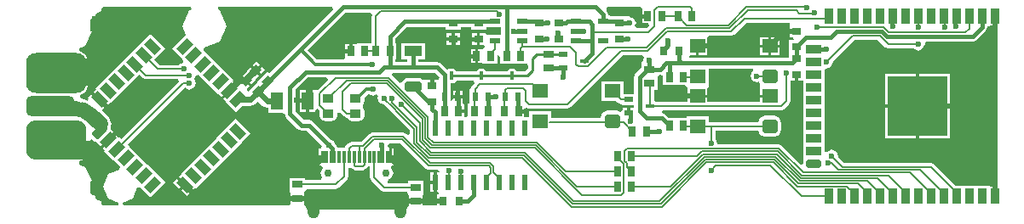
<source format=gtl>
G04 Layer_Physical_Order=1*
G04 Layer_Color=255*
%FSLAX24Y24*%
%MOIN*%
G70*
G01*
G75*
%ADD10C,0.0591*%
%ADD11R,0.0390X0.0283*%
%ADD12R,0.0283X0.0390*%
G04:AMPARAMS|DCode=13|XSize=33.5mil|YSize=15.7mil|CornerRadius=0mil|HoleSize=0mil|Usage=FLASHONLY|Rotation=90.000|XOffset=0mil|YOffset=0mil|HoleType=Round|Shape=Octagon|*
%AMOCTAGOND13*
4,1,8,0.0039,0.0167,-0.0039,0.0167,-0.0079,0.0128,-0.0079,-0.0128,-0.0039,-0.0167,0.0039,-0.0167,0.0079,-0.0128,0.0079,0.0128,0.0039,0.0167,0.0*
%
%ADD13OCTAGOND13*%

%ADD14R,0.0217X0.0335*%
G04:AMPARAMS|DCode=15|XSize=33.5mil|YSize=15.7mil|CornerRadius=0mil|HoleSize=0mil|Usage=FLASHONLY|Rotation=0.000|XOffset=0mil|YOffset=0mil|HoleType=Round|Shape=Octagon|*
%AMOCTAGOND15*
4,1,8,0.0167,-0.0039,0.0167,0.0039,0.0128,0.0079,-0.0128,0.0079,-0.0167,0.0039,-0.0167,-0.0039,-0.0128,-0.0079,0.0128,-0.0079,0.0167,-0.0039,0.0*
%
%ADD15OCTAGOND15*%

%ADD16R,0.0335X0.0217*%
%ADD17R,0.0374X0.0315*%
G04:AMPARAMS|DCode=18|XSize=37.4mil|YSize=31.5mil|CornerRadius=0mil|HoleSize=0mil|Usage=FLASHONLY|Rotation=45.000|XOffset=0mil|YOffset=0mil|HoleType=Round|Shape=Rectangle|*
%AMROTATEDRECTD18*
4,1,4,-0.0021,-0.0244,-0.0244,-0.0021,0.0021,0.0244,0.0244,0.0021,-0.0021,-0.0244,0.0*
%
%ADD18ROTATEDRECTD18*%

%ADD19R,0.0433X0.0217*%
%ADD20R,0.0315X0.0374*%
%ADD21R,0.0118X0.0512*%
%ADD22R,0.0236X0.0610*%
%ADD23R,0.2362X0.2362*%
%ADD24R,0.0354X0.0591*%
G04:AMPARAMS|DCode=25|XSize=35.4mil|YSize=59.1mil|CornerRadius=0mil|HoleSize=0mil|Usage=FLASHONLY|Rotation=90.000|XOffset=0mil|YOffset=0mil|HoleType=Round|Shape=Octagon|*
%AMOCTAGOND25*
4,1,8,-0.0295,-0.0089,-0.0295,0.0089,-0.0207,0.0177,0.0207,0.0177,0.0295,0.0089,0.0295,-0.0089,0.0207,-0.0177,-0.0207,-0.0177,-0.0295,-0.0089,0.0*
%
%ADD25OCTAGOND25*%

%ADD26R,0.0591X0.0354*%
G04:AMPARAMS|DCode=27|XSize=157.5mil|YSize=236.2mil|CornerRadius=39.4mil|HoleSize=0mil|Usage=FLASHONLY|Rotation=90.000|XOffset=0mil|YOffset=0mil|HoleType=Round|Shape=RoundedRectangle|*
%AMROUNDEDRECTD27*
21,1,0.1575,0.1575,0,0,90.0*
21,1,0.0787,0.2362,0,0,90.0*
1,1,0.0787,0.0787,0.0394*
1,1,0.0787,0.0787,-0.0394*
1,1,0.0787,-0.0787,-0.0394*
1,1,0.0787,-0.0787,0.0394*
%
%ADD27ROUNDEDRECTD27*%
G04:AMPARAMS|DCode=28|XSize=153.5mil|YSize=236.2mil|CornerRadius=38.4mil|HoleSize=0mil|Usage=FLASHONLY|Rotation=90.000|XOffset=0mil|YOffset=0mil|HoleType=Round|Shape=RoundedRectangle|*
%AMROUNDEDRECTD28*
21,1,0.1535,0.1594,0,0,90.0*
21,1,0.0768,0.2362,0,0,90.0*
1,1,0.0768,0.0797,0.0384*
1,1,0.0768,0.0797,-0.0384*
1,1,0.0768,-0.0797,-0.0384*
1,1,0.0768,-0.0797,0.0384*
%
%ADD28ROUNDEDRECTD28*%
G04:AMPARAMS|DCode=29|XSize=78.7mil|YSize=189mil|CornerRadius=19.7mil|HoleSize=0mil|Usage=FLASHONLY|Rotation=90.000|XOffset=0mil|YOffset=0mil|HoleType=Round|Shape=RoundedRectangle|*
%AMROUNDEDRECTD29*
21,1,0.0787,0.1496,0,0,90.0*
21,1,0.0394,0.1890,0,0,90.0*
1,1,0.0394,0.0748,0.0197*
1,1,0.0394,0.0748,-0.0197*
1,1,0.0394,-0.0748,-0.0197*
1,1,0.0394,-0.0748,0.0197*
%
%ADD29ROUNDEDRECTD29*%
%ADD30R,0.0453X0.0709*%
G04:AMPARAMS|DCode=31|XSize=59.1mil|YSize=35.4mil|CornerRadius=0mil|HoleSize=0mil|Usage=FLASHONLY|Rotation=225.000|XOffset=0mil|YOffset=0mil|HoleType=Round|Shape=Rectangle|*
%AMROTATEDRECTD31*
4,1,4,0.0084,0.0334,0.0334,0.0084,-0.0084,-0.0334,-0.0334,-0.0084,0.0084,0.0334,0.0*
%
%ADD31ROTATEDRECTD31*%

G04:AMPARAMS|DCode=32|XSize=59.1mil|YSize=35.4mil|CornerRadius=0mil|HoleSize=0mil|Usage=FLASHONLY|Rotation=315.000|XOffset=0mil|YOffset=0mil|HoleType=Round|Shape=Rectangle|*
%AMROTATEDRECTD32*
4,1,4,-0.0334,0.0084,-0.0084,0.0334,0.0334,-0.0084,0.0084,-0.0334,-0.0334,0.0084,0.0*
%
%ADD32ROTATEDRECTD32*%

G04:AMPARAMS|DCode=33|XSize=59.1mil|YSize=35.4mil|CornerRadius=8.9mil|HoleSize=0mil|Usage=FLASHONLY|Rotation=45.000|XOffset=0mil|YOffset=0mil|HoleType=Round|Shape=RoundedRectangle|*
%AMROUNDEDRECTD33*
21,1,0.0591,0.0177,0,0,45.0*
21,1,0.0413,0.0354,0,0,45.0*
1,1,0.0177,0.0209,0.0084*
1,1,0.0177,-0.0084,-0.0209*
1,1,0.0177,-0.0209,-0.0084*
1,1,0.0177,0.0084,0.0209*
%
%ADD33ROUNDEDRECTD33*%
G04:AMPARAMS|DCode=34|XSize=43.3mil|YSize=35.4mil|CornerRadius=8.9mil|HoleSize=0mil|Usage=FLASHONLY|Rotation=180.000|XOffset=0mil|YOffset=0mil|HoleType=Round|Shape=RoundedRectangle|*
%AMROUNDEDRECTD34*
21,1,0.0433,0.0177,0,0,180.0*
21,1,0.0256,0.0354,0,0,180.0*
1,1,0.0177,-0.0128,0.0089*
1,1,0.0177,0.0128,0.0089*
1,1,0.0177,0.0128,-0.0089*
1,1,0.0177,-0.0128,-0.0089*
%
%ADD34ROUNDEDRECTD34*%
%ADD35R,0.0630X0.0551*%
G04:AMPARAMS|DCode=36|XSize=63mil|YSize=55.1mil|CornerRadius=13.8mil|HoleSize=0mil|Usage=FLASHONLY|Rotation=0.000|XOffset=0mil|YOffset=0mil|HoleType=Round|Shape=RoundedRectangle|*
%AMROUNDEDRECTD36*
21,1,0.0630,0.0276,0,0,0.0*
21,1,0.0354,0.0551,0,0,0.0*
1,1,0.0276,0.0177,-0.0138*
1,1,0.0276,-0.0177,-0.0138*
1,1,0.0276,-0.0177,0.0138*
1,1,0.0276,0.0177,0.0138*
%
%ADD36ROUNDEDRECTD36*%
G04:AMPARAMS|DCode=37|XSize=68.9mil|YSize=39.4mil|CornerRadius=0mil|HoleSize=0mil|Usage=FLASHONLY|Rotation=180.000|XOffset=0mil|YOffset=0mil|HoleType=Round|Shape=Octagon|*
%AMOCTAGOND37*
4,1,8,-0.0344,0.0098,-0.0344,-0.0098,-0.0246,-0.0197,0.0246,-0.0197,0.0344,-0.0098,0.0344,0.0098,0.0246,0.0197,-0.0246,0.0197,-0.0344,0.0098,0.0*
%
%ADD37OCTAGOND37*%

%ADD38R,0.0689X0.0394*%
%ADD39C,0.0157*%
%ADD40C,0.0079*%
%ADD41C,0.0059*%
%ADD42C,0.0197*%
%ADD43C,0.0098*%
%ADD44C,0.0276*%
%ADD45C,0.0236*%
%ADD46C,0.0118*%
%ADD47R,0.0669X0.0773*%
%ADD48R,0.0669X0.1070*%
%ADD49C,0.0295*%
%ADD50O,0.0472X0.0709*%
%ADD51O,0.0472X0.0787*%
%ADD52C,0.0236*%
G36*
X30413Y5057D02*
X30620Y5057D01*
X30622Y4959D01*
Y4610D01*
X30622D01*
Y4020D01*
X30622D01*
Y3610D01*
X30622D01*
Y3020D01*
X30622D01*
Y2610D01*
X30622D01*
Y2117D01*
X30622Y2020D01*
X30622Y1970D01*
X30622Y1864D01*
Y1807D01*
X30531Y1770D01*
X29786Y2515D01*
X29673Y2561D01*
X27295D01*
X27264Y2608D01*
X27189Y2789D01*
X27178Y2793D01*
Y3107D01*
X28871D01*
X28939Y2944D01*
X29135Y2863D01*
X29489D01*
X29685Y2944D01*
X29766Y3140D01*
Y3415D01*
X29685Y3611D01*
X29489Y3692D01*
X29135D01*
X28939Y3611D01*
X28871Y3448D01*
X26910D01*
Y3671D01*
X26044D01*
Y3601D01*
X25667D01*
Y3601D01*
X25643D01*
Y3601D01*
X25371D01*
X25229Y3743D01*
X25101Y3796D01*
X25120Y3895D01*
X29749D01*
X29870Y3945D01*
X30067Y4141D01*
X30116Y4262D01*
Y5057D01*
X30295D01*
Y5293D01*
X30413D01*
Y5057D01*
D02*
G37*
G36*
X16381Y5217D02*
Y5200D01*
X16364Y5108D01*
X16158D01*
Y4872D01*
X16040D01*
Y5108D01*
X15833D01*
Y5108D01*
X15734Y5092D01*
X15659Y5167D01*
X15049D01*
X14892Y5010D01*
X14832Y4985D01*
X14528Y5289D01*
X14536Y5341D01*
X14558Y5387D01*
X16211D01*
X16381Y5217D01*
D02*
G37*
G36*
X30089Y7254D02*
X30089D01*
Y7077D01*
X30354D01*
Y6959D01*
X30089D01*
Y6782D01*
X30221D01*
X30274Y6683D01*
X30261Y6664D01*
X30049D01*
Y6112D01*
Y5971D01*
X26147D01*
X26144Y5975D01*
X26144Y5976D01*
X26197Y6073D01*
X26418D01*
Y6427D01*
X26477D01*
Y6486D01*
X26871D01*
Y6729D01*
X26871Y6782D01*
X26950Y6828D01*
X27800D01*
X27921Y6878D01*
X28393Y7349D01*
X30081D01*
X30089Y7254D01*
D02*
G37*
G36*
X12215Y7869D02*
X10795Y6448D01*
X10795Y6448D01*
X9724Y5377D01*
X9667Y5434D01*
X9235Y5002D01*
X9248Y4990D01*
X8911Y4653D01*
X8854Y4682D01*
X8847Y4756D01*
X8958Y4866D01*
X8791Y5033D01*
X8624Y5200D01*
X8477Y5054D01*
X8552Y4979D01*
X8522Y4871D01*
X8497Y4864D01*
X8464Y4898D01*
X8200Y4633D01*
X7935Y4369D01*
X8033Y4271D01*
X8005Y4244D01*
X8422Y3826D01*
X8668Y4071D01*
X8975D01*
X9156Y4146D01*
X9243Y4233D01*
X9257Y4219D01*
X9292Y4254D01*
X9465Y4081D01*
X9646Y4006D01*
X9695D01*
Y3789D01*
X10237D01*
X10328Y3766D01*
X10391Y3615D01*
X10841Y3164D01*
X10841Y3164D01*
X10992Y3102D01*
X10992Y3102D01*
X11193D01*
X11793Y2502D01*
X11753Y2403D01*
X11673D01*
Y2128D01*
X11811D01*
Y2010D01*
X11673D01*
Y1734D01*
X11772D01*
X11808Y1643D01*
X11724Y1439D01*
X11799Y1259D01*
X11755Y1161D01*
X11140D01*
Y1250D01*
X10514D01*
Y750D01*
X10514Y730D01*
X10553Y648D01*
X10553Y632D01*
Y506D01*
X10827D01*
X11100D01*
X11100Y648D01*
X11140Y730D01*
X11208Y820D01*
X12329D01*
X12449Y870D01*
X12778Y1199D01*
X12828Y1319D01*
Y1615D01*
X12836Y1629D01*
X12927Y1638D01*
X12939Y1638D01*
X12987Y1590D01*
X13100Y1543D01*
X13386D01*
X13499Y1590D01*
X13558Y1649D01*
X13577Y1695D01*
X13668D01*
Y1272D01*
X13718Y1151D01*
X14118Y752D01*
X14238Y702D01*
X15123D01*
X15145Y612D01*
D01*
X15184Y530D01*
Y388D01*
X15458D01*
X15731D01*
Y530D01*
X15771Y612D01*
X15771Y612D01*
X15771Y612D01*
Y1132D01*
X15145D01*
Y1043D01*
X14388D01*
X14363Y1077D01*
X14397Y1197D01*
X14491Y1236D01*
X14575Y1439D01*
X14491Y1643D01*
X14528Y1734D01*
X14606D01*
Y2010D01*
X14469D01*
Y2069D01*
X14410D01*
Y2429D01*
X14361Y2502D01*
X14372Y2528D01*
X14424Y2606D01*
X14860D01*
X15857Y1610D01*
X15970Y1563D01*
X16337D01*
X16356Y1548D01*
X16384Y1494D01*
X16364Y1457D01*
X16285D01*
Y1073D01*
Y689D01*
X16314D01*
X16353Y636D01*
X16330Y591D01*
X16299D01*
Y384D01*
X16535D01*
Y266D01*
X16299D01*
Y171D01*
X15731D01*
Y270D01*
X15458D01*
X15184D01*
Y137D01*
X15145Y121D01*
X15096Y2D01*
X14930Y4D01*
X14929Y0D01*
X11371D01*
X11369Y4D01*
X11203Y2D01*
X11154Y121D01*
X11118Y135D01*
X11100Y226D01*
X11100Y249D01*
Y388D01*
X10827D01*
X10553D01*
Y269D01*
X10553Y226D01*
X10478Y170D01*
X4018D01*
X3998Y269D01*
X4396Y433D01*
X4571Y857D01*
X4686Y881D01*
X4734Y833D01*
X5082Y485D01*
X5666Y1070D01*
X5249Y1488D01*
X4970Y1766D01*
X4553Y2184D01*
X4274Y2462D01*
X4274Y2462D01*
X4179Y2558D01*
X6416Y4795D01*
X6424Y4794D01*
X6604Y4719D01*
X6785Y4794D01*
X6860Y4975D01*
X6796Y5130D01*
X6849Y5260D01*
X6951Y5297D01*
X7309Y4940D01*
X7309Y4940D01*
X7726Y4522D01*
X7754Y4550D01*
X7852Y4452D01*
X8116Y4717D01*
X8381Y4981D01*
X8283Y5079D01*
X8311Y5107D01*
X7963Y5455D01*
X7963Y5455D01*
X7545Y5872D01*
X7157Y6261D01*
X7202Y6355D01*
X7803Y6604D01*
X8056Y7215D01*
X7803Y7825D01*
X7711Y7863D01*
X7730Y7960D01*
X12178D01*
X12215Y7869D01*
D02*
G37*
G36*
X17767Y4986D02*
X17655Y4875D01*
X17605Y4754D01*
Y4725D01*
X17549D01*
Y4181D01*
X17500D01*
Y3705D01*
X17462Y3622D01*
X17343D01*
Y3809D01*
X17122D01*
Y3927D01*
X17343D01*
X17343Y4142D01*
X17293Y4220D01*
X17293Y4240D01*
Y4380D01*
X17106D01*
X16919D01*
Y4338D01*
X16821Y4283D01*
X16821Y4283D01*
Y4725D01*
X16808D01*
Y4980D01*
X16949D01*
X17047Y5079D01*
Y5085D01*
X17726D01*
X17767Y4986D01*
D02*
G37*
G36*
X12009Y5100D02*
X11618Y4709D01*
X11526Y4695D01*
X11484Y4695D01*
X11280D01*
Y4262D01*
Y3829D01*
X11526D01*
Y3916D01*
X11624Y3957D01*
X11697Y3885D01*
X11686Y3858D01*
Y3681D01*
X11751Y3523D01*
X11909Y3458D01*
X12165D01*
X12324Y3523D01*
X12389Y3681D01*
Y3790D01*
X12476Y3812D01*
X12488Y3812D01*
X12643Y3657D01*
X12756Y3610D01*
X12778D01*
X12814Y3523D01*
X12972Y3458D01*
X13228D01*
X13387Y3523D01*
X13452Y3681D01*
Y3858D01*
X13390Y4008D01*
X13387Y4027D01*
X13387Y4114D01*
X13452Y4272D01*
Y4392D01*
X13603Y4543D01*
X13625D01*
X13780Y4479D01*
X13914Y4535D01*
X13990Y4459D01*
X13957Y4380D01*
X14032Y4199D01*
X14213Y4124D01*
X14221Y4128D01*
X14463Y3886D01*
X14464Y3885D01*
X14643Y3706D01*
X14644Y3705D01*
X15239Y3110D01*
Y2961D01*
X15148Y2923D01*
X15084Y2987D01*
X14971Y3034D01*
X13774D01*
X13661Y2987D01*
X13334Y2660D01*
X12943D01*
X12830Y2613D01*
X12741Y2525D01*
X12707Y2443D01*
X12677D01*
Y2443D01*
X12445D01*
Y2443D01*
X12397D01*
X12355Y2543D01*
X12355Y2543D01*
X12292Y2606D01*
X12250Y2708D01*
X12147Y2751D01*
X11432Y3466D01*
X11281Y3528D01*
X11281Y3528D01*
X11080D01*
X10852Y3757D01*
X10919Y3829D01*
X11161D01*
Y4203D01*
X10915D01*
Y3832D01*
X10843Y3765D01*
X10754Y3854D01*
Y4705D01*
X11240Y5191D01*
X11972D01*
X12009Y5100D01*
D02*
G37*
G36*
X24386Y5962D02*
X24351Y5876D01*
X24357Y5860D01*
X24303Y5778D01*
X24293D01*
Y5589D01*
X24060Y5356D01*
X23998Y5205D01*
X23998Y5205D01*
Y4547D01*
X23578D01*
Y5049D01*
X22712D01*
Y4262D01*
X23297D01*
X23359Y4200D01*
X23479Y4151D01*
X23514D01*
Y4095D01*
X23998D01*
Y3996D01*
X23858D01*
Y3809D01*
X23740D01*
Y3996D01*
X23553D01*
Y3900D01*
X23455Y3834D01*
X23322Y3889D01*
X22968D01*
X22772Y3808D01*
X22691Y3612D01*
Y3606D01*
X20743D01*
Y3868D01*
X19877D01*
Y3622D01*
X19705D01*
Y3809D01*
X19484D01*
Y3927D01*
X19705D01*
Y3976D01*
X19803Y4016D01*
X19907Y3973D01*
X21402D01*
X21523Y4023D01*
X23559Y6060D01*
X24320D01*
X24386Y5962D01*
D02*
G37*
G36*
X28666Y5447D02*
X28618Y5427D01*
X28544Y5246D01*
X28618Y5065D01*
X28799Y4990D01*
X28891Y5028D01*
X28939Y4913D01*
X28941Y4912D01*
X28922Y4813D01*
X28918D01*
Y4518D01*
X29312D01*
Y4400D01*
X28918D01*
Y4236D01*
X26871D01*
Y4400D01*
X26083D01*
Y4236D01*
X24839D01*
X24813Y4262D01*
X24796D01*
Y4715D01*
X24919D01*
Y5234D01*
X24987Y5305D01*
X25014D01*
X25014Y5305D01*
X25041Y5316D01*
X25123Y5262D01*
Y4894D01*
X25643D01*
Y4894D01*
X25667D01*
Y4894D01*
X25963D01*
X26044Y4852D01*
X26083Y4768D01*
Y4518D01*
X26871D01*
Y4770D01*
X26910Y4852D01*
X26910D01*
X26910Y4852D01*
Y5545D01*
X28646D01*
X28666Y5447D01*
D02*
G37*
G36*
X24311Y7882D02*
Y7667D01*
X24531D01*
Y7549D01*
X24311D01*
Y7335D01*
X24543D01*
X24584Y7236D01*
X24496Y7149D01*
X24105D01*
X24039Y7247D01*
X24075Y7333D01*
X24000Y7514D01*
X23823Y7587D01*
X23820Y7588D01*
X23820Y7588D01*
X23819Y7588D01*
X23730Y7608D01*
X23730Y7608D01*
X23207D01*
X23110Y7618D01*
D01*
X23023Y7646D01*
X22989Y7667D01*
X22926Y7818D01*
X22910Y7863D01*
X22970Y7960D01*
X24261D01*
X24311Y7882D01*
D02*
G37*
G36*
X6675Y7863D02*
X6583Y7825D01*
X6330Y7215D01*
X6468Y6882D01*
X5917Y6332D01*
X6334Y5914D01*
X6367Y5829D01*
X6345Y5764D01*
X6197Y5703D01*
X6188Y5682D01*
X5429D01*
X5223Y5888D01*
X5318Y5984D01*
X5666Y6332D01*
X5082Y6916D01*
X4664Y6499D01*
X4316Y6151D01*
X3968Y5803D01*
X3620Y5455D01*
X3342Y5176D01*
X2924Y4759D01*
X2952Y4731D01*
X2855Y4633D01*
X3119Y4369D01*
X3383Y4104D01*
X3481Y4202D01*
X3509Y4174D01*
X3857Y4522D01*
X4205Y4870D01*
X4622Y5288D01*
X4707Y5255D01*
X4790Y5173D01*
X4903Y5126D01*
X6155D01*
X6196Y5027D01*
X3953Y2784D01*
X3857Y2880D01*
X3829Y2852D01*
X3731Y2949D01*
X3467Y2685D01*
X3202Y2420D01*
X3300Y2323D01*
X3272Y2295D01*
X3620Y1947D01*
X3620Y1947D01*
X3879Y1688D01*
X3855Y1573D01*
X3431Y1398D01*
X3232Y915D01*
X3431Y433D01*
X3828Y269D01*
X3809Y170D01*
X3216D01*
X3147Y240D01*
X3148Y336D01*
X2969Y410D01*
X2895Y588D01*
X2799Y587D01*
X2730Y656D01*
Y1119D01*
X2731Y1120D01*
X2775Y1121D01*
X2541Y1685D01*
X2303Y1783D01*
Y1890D01*
X2541Y1989D01*
X2688Y2343D01*
Y2716D01*
X2786Y2757D01*
X2836Y2707D01*
X2979Y2648D01*
X2980Y2643D01*
Y2643D01*
X3119Y2504D01*
X3383Y2768D01*
X3648Y3033D01*
X3509Y3172D01*
X3520Y3266D01*
X3558Y3356D01*
X3427Y3673D01*
X3189Y3910D01*
X3300Y4021D01*
X3035Y4285D01*
X2771Y4550D01*
X2632Y4411D01*
X2673Y4369D01*
X2619Y4287D01*
X2309Y4415D01*
X2309Y4514D01*
X2539Y4609D01*
X2689Y4971D01*
Y5305D01*
X1390D01*
Y5423D01*
X2689D01*
Y5758D01*
X2539Y6120D01*
X2275Y6229D01*
Y6335D01*
X2541Y6445D01*
X2775Y7009D01*
X2731Y7010D01*
X2730Y7012D01*
Y7474D01*
X2799Y7543D01*
X2895Y7542D01*
X2969Y7720D01*
X3148Y7794D01*
X3147Y7890D01*
X3216Y7960D01*
X6656D01*
X6675Y7863D01*
D02*
G37*
G36*
X13749Y7651D02*
X13731Y7608D01*
Y6543D01*
X13220D01*
X13201Y6543D01*
X13119Y6504D01*
X13102Y6504D01*
X12976D01*
Y6230D01*
X12917D01*
Y6171D01*
X12697D01*
Y6009D01*
X12697Y5957D01*
X12617Y5911D01*
X11603D01*
X11232Y6282D01*
X12699Y7750D01*
X13683D01*
X13749Y7651D01*
D02*
G37*
G36*
X17608Y7057D02*
X18218D01*
Y7071D01*
X18228Y7165D01*
X18807D01*
Y6870D01*
X18249Y6870D01*
X18179Y6939D01*
X18158Y6939D01*
X17972D01*
Y6703D01*
Y6467D01*
X18140Y6467D01*
X18157Y6445D01*
X18147Y6397D01*
X18122Y6347D01*
X18040Y6307D01*
X18024Y6307D01*
X17898D01*
Y6034D01*
Y5760D01*
X18040Y5760D01*
X18122Y5721D01*
X18141Y5721D01*
X18642D01*
Y6050D01*
X18661Y6064D01*
X18760Y6014D01*
Y5721D01*
X19280D01*
Y5721D01*
X19303D01*
Y5721D01*
X19823D01*
X19844Y5631D01*
Y5557D01*
X19733Y5447D01*
X19409D01*
Y5453D01*
X19311Y5551D01*
X19114D01*
X19016Y5453D01*
Y5447D01*
X18228D01*
Y5453D01*
X18130Y5551D01*
X17933D01*
X17835Y5453D01*
Y5447D01*
X17047D01*
Y5453D01*
X16949Y5551D01*
X16752D01*
X16701Y5500D01*
X16450Y5751D01*
X16299Y5814D01*
X16299Y5814D01*
X15567D01*
Y5915D01*
X15817D01*
Y6545D01*
X14892D01*
Y5915D01*
X15141D01*
Y5814D01*
X14658D01*
Y5917D01*
X14705D01*
Y6543D01*
X14658D01*
Y6729D01*
X15108Y7179D01*
X16624D01*
Y7057D01*
X17234D01*
Y7179D01*
X17608D01*
Y7057D01*
D02*
G37*
G36*
X38083Y896D02*
X37917D01*
Y935D01*
X36917D01*
Y935D01*
X36584D01*
X35723Y1796D01*
X35610Y1843D01*
X32230D01*
X31987Y2085D01*
X31996Y2106D01*
X31921Y2287D01*
X31740Y2362D01*
X31559Y2287D01*
X31547Y2258D01*
X31449Y2278D01*
Y2520D01*
X31449D01*
Y3110D01*
X31449D01*
Y3520D01*
X31449D01*
Y4110D01*
X31449D01*
Y4520D01*
X31449D01*
Y5020D01*
X31449D01*
Y5489D01*
X31522Y5538D01*
X31702Y5613D01*
X31777Y5793D01*
X31773Y5804D01*
X32640Y6670D01*
X33541D01*
X33826Y6385D01*
X33946Y6336D01*
X34937D01*
X34941Y6325D01*
X35122Y6250D01*
X35303Y6325D01*
X35378Y6506D01*
X35378Y6506D01*
X35432Y6588D01*
X37248D01*
X37248Y6588D01*
X37399Y6651D01*
X37773Y7025D01*
X37773Y7025D01*
X37835Y7175D01*
Y7195D01*
X37917D01*
Y7234D01*
X38083D01*
X38083Y896D01*
D02*
G37*
%LPC*%
G36*
X29705Y6368D02*
X29371D01*
Y6073D01*
X29705D01*
Y6368D01*
D02*
G37*
G36*
X29253Y6782D02*
X28918D01*
Y6486D01*
X29253D01*
Y6782D01*
D02*
G37*
G36*
X29705D02*
X29371D01*
Y6486D01*
X29705D01*
Y6782D01*
D02*
G37*
G36*
X26871Y6368D02*
X26536D01*
Y6073D01*
X26871D01*
Y6368D01*
D02*
G37*
G36*
X29253D02*
X28918D01*
Y6073D01*
X29253D01*
Y6368D01*
D02*
G37*
G36*
X16166Y1014D02*
X16029D01*
Y689D01*
X16166D01*
Y1014D01*
D02*
G37*
G36*
X6418Y903D02*
X6279Y764D01*
X6501Y541D01*
X6641Y680D01*
X6418Y903D01*
D02*
G37*
G36*
X8422Y3576D02*
X8005Y3158D01*
X7657Y2810D01*
X7657Y2810D01*
X7309Y2462D01*
X7309Y2462D01*
X7030Y2184D01*
X7030Y2184D01*
X6613Y1766D01*
X6265Y1418D01*
X6293Y1390D01*
X6195Y1293D01*
X6460Y1028D01*
X6724Y764D01*
X6822Y861D01*
X6849Y833D01*
X7197Y1181D01*
X7545Y1529D01*
X7545Y1529D01*
X7963Y1947D01*
X7963Y1947D01*
X8311Y2295D01*
X8311Y2295D01*
X8659Y2643D01*
X9007Y2991D01*
X8422Y3576D01*
D02*
G37*
G36*
X6112Y1209D02*
X5972Y1070D01*
X6195Y847D01*
X6334Y987D01*
X6112Y1209D01*
D02*
G37*
G36*
X16166Y1457D02*
X16029D01*
Y1132D01*
X16166D01*
Y1457D01*
D02*
G37*
G36*
X14606Y2403D02*
X14528D01*
Y2128D01*
X14606D01*
Y2403D01*
D02*
G37*
G36*
X9430Y5615D02*
X9284Y5469D01*
X9409Y5343D01*
X9555Y5489D01*
X9430Y5615D01*
D02*
G37*
G36*
X8991Y5594D02*
X8905Y5507D01*
X8845Y5448D01*
X8794Y5371D01*
X8707Y5284D01*
X8874Y5117D01*
X9041Y4950D01*
X9128Y5037D01*
X9187Y5096D01*
X9239Y5173D01*
X9326Y5260D01*
X9158Y5427D01*
X8991Y5594D01*
D02*
G37*
G36*
X9221Y5824D02*
X9075Y5677D01*
X9200Y5552D01*
X9346Y5698D01*
X9221Y5824D01*
D02*
G37*
G36*
X17293Y4685D02*
X17165D01*
Y4498D01*
X17293D01*
Y4685D01*
D02*
G37*
G36*
X17047D02*
X16919D01*
Y4498D01*
X17047D01*
Y4685D01*
D02*
G37*
G36*
X11161Y4695D02*
X10915D01*
Y4321D01*
X11161D01*
Y4695D01*
D02*
G37*
G36*
X12858Y6504D02*
X12697D01*
Y6289D01*
X12858D01*
Y6504D01*
D02*
G37*
G36*
X17854Y6939D02*
X17648D01*
Y6762D01*
X17854D01*
Y6939D01*
D02*
G37*
G36*
Y6644D02*
X17648D01*
Y6467D01*
X17854D01*
Y6644D01*
D02*
G37*
G36*
X17780Y6307D02*
X17618D01*
Y6093D01*
X17780D01*
Y6307D01*
D02*
G37*
G36*
X16870Y6644D02*
X16663D01*
Y6467D01*
X16870D01*
Y6644D01*
D02*
G37*
G36*
X17195D02*
X16988D01*
Y6467D01*
X17195D01*
Y6644D01*
D02*
G37*
G36*
X16870Y6939D02*
X16663D01*
Y6762D01*
X16870D01*
Y6939D01*
D02*
G37*
G36*
X17195D02*
X16988D01*
Y6762D01*
X17195D01*
Y6939D01*
D02*
G37*
G36*
X17780Y5975D02*
X17618D01*
Y5760D01*
X17780D01*
Y5975D01*
D02*
G37*
G36*
X36350Y5325D02*
X35150D01*
Y4124D01*
X36350D01*
Y5325D01*
D02*
G37*
G36*
X35031D02*
X33831D01*
Y4124D01*
X35031D01*
Y5325D01*
D02*
G37*
G36*
X36350Y4006D02*
X35150D01*
Y2805D01*
X36350D01*
Y4006D01*
D02*
G37*
G36*
X35031D02*
X33831D01*
Y2805D01*
X35031D01*
Y4006D01*
D02*
G37*
%LPD*%
D10*
X2773Y3693D02*
G03*
X2066Y3986I-707J-707D01*
G01*
X2773Y3693D02*
X3110Y3356D01*
X1154Y3986D02*
X2066D01*
D11*
X15458Y329D02*
D03*
Y872D02*
D03*
X20669Y6108D02*
D03*
Y5565D02*
D03*
X24606Y4975D02*
D03*
Y5518D02*
D03*
X10827Y447D02*
D03*
Y990D02*
D03*
D12*
X12917Y6230D02*
D03*
X13461D02*
D03*
X13902D02*
D03*
X14445D02*
D03*
X17122Y3868D02*
D03*
X16579D02*
D03*
X18303D02*
D03*
X17760D02*
D03*
X19484D02*
D03*
X18941D02*
D03*
X19563Y6034D02*
D03*
X19020D02*
D03*
X23941Y3081D02*
D03*
X24484D02*
D03*
X25713Y7608D02*
D03*
X26256D02*
D03*
X24532D02*
D03*
X25075D02*
D03*
X25926Y3288D02*
D03*
X25383D02*
D03*
X25926Y5207D02*
D03*
X25383D02*
D03*
X17839Y6034D02*
D03*
X18382D02*
D03*
X23350Y2097D02*
D03*
X23894D02*
D03*
X23350Y915D02*
D03*
X23894D02*
D03*
X23350Y1506D02*
D03*
X23894D02*
D03*
D13*
X18032Y5266D02*
D03*
X16850D02*
D03*
X19213D02*
D03*
D14*
X18287Y4439D02*
D03*
X17776D02*
D03*
X17106D02*
D03*
X16594D02*
D03*
X19468D02*
D03*
X18957D02*
D03*
D15*
X24626Y4065D02*
D03*
X22067Y5837D02*
D03*
D16*
X23799Y3809D02*
D03*
Y4321D02*
D03*
X21240Y5581D02*
D03*
Y6093D02*
D03*
D17*
X20276Y7333D02*
D03*
Y6703D02*
D03*
X21063D02*
D03*
Y7333D02*
D03*
X23425Y6703D02*
D03*
Y7333D02*
D03*
X17913D02*
D03*
Y6703D02*
D03*
X16929D02*
D03*
Y7333D02*
D03*
X16099Y4872D02*
D03*
Y4242D02*
D03*
X30354Y6388D02*
D03*
Y7018D02*
D03*
Y5923D02*
D03*
X30354Y5293D02*
D03*
D18*
X8832Y5075D02*
D03*
X9278Y4630D02*
D03*
X9646Y5023D02*
D03*
X9200Y5469D02*
D03*
D19*
X22776Y7392D02*
D03*
Y6644D02*
D03*
X21713D02*
D03*
X21713Y7018D02*
D03*
X21713Y7392D02*
D03*
X18563Y6644D02*
D03*
Y7392D02*
D03*
X19626D02*
D03*
X19626Y7018D02*
D03*
X19626Y6644D02*
D03*
D20*
X25142Y6236D02*
D03*
X25772D02*
D03*
X17165Y325D02*
D03*
X16535D02*
D03*
D21*
X12461Y2069D02*
D03*
X12658D02*
D03*
X12854Y2069D02*
D03*
X13051Y2069D02*
D03*
X13248Y2069D02*
D03*
X13445Y2069D02*
D03*
X13642D02*
D03*
X13839D02*
D03*
X11811Y2069D02*
D03*
X11949D02*
D03*
X12142Y2069D02*
D03*
X12268Y2069D02*
D03*
X14032Y2069D02*
D03*
X14154Y2069D02*
D03*
X14350Y2069D02*
D03*
X14469Y2069D02*
D03*
D22*
X16226Y1073D02*
D03*
X16726D02*
D03*
X17226D02*
D03*
X17726D02*
D03*
X18226D02*
D03*
X18726D02*
D03*
X19226D02*
D03*
X17226Y3199D02*
D03*
X17726D02*
D03*
X18226D02*
D03*
X18726D02*
D03*
X19226D02*
D03*
X19726D02*
D03*
X19726Y1073D02*
D03*
X16726Y3199D02*
D03*
X16226D02*
D03*
D23*
X35091Y4065D02*
D03*
D24*
X38122Y522D02*
D03*
X37622D02*
D03*
X37122D02*
D03*
X36622Y522D02*
D03*
X36122Y522D02*
D03*
X35622Y522D02*
D03*
X35122Y522D02*
D03*
X34622D02*
D03*
X34122D02*
D03*
X33622D02*
D03*
X33122Y522D02*
D03*
X32622Y522D02*
D03*
X32122D02*
D03*
X31622D02*
D03*
Y7608D02*
D03*
X32122D02*
D03*
X32622D02*
D03*
X33122Y7608D02*
D03*
X33622D02*
D03*
X34122Y7608D02*
D03*
X34622D02*
D03*
X35122D02*
D03*
X35622Y7608D02*
D03*
X36122D02*
D03*
X36622D02*
D03*
X37122Y7608D02*
D03*
X37622D02*
D03*
X38122D02*
D03*
D25*
X31035Y1815D02*
D03*
D26*
X31035Y2315D02*
D03*
X31035Y2815D02*
D03*
X31035Y3315D02*
D03*
X31035Y3815D02*
D03*
X31035Y4315D02*
D03*
X31035Y4815D02*
D03*
X31035Y5315D02*
D03*
X31035Y5815D02*
D03*
X31035Y6315D02*
D03*
D27*
X1390Y5364D02*
D03*
D28*
Y2726D02*
D03*
D29*
X1154Y4065D02*
D03*
D30*
X10039Y4262D02*
D03*
X11220D02*
D03*
D31*
X8506Y4327D02*
D03*
X8158Y4675D02*
D03*
X7810Y5023D02*
D03*
X7462Y5371D02*
D03*
X7114Y5719D02*
D03*
X6766Y6067D02*
D03*
X6418Y6415D02*
D03*
X3425Y2726D02*
D03*
X3773Y2378D02*
D03*
X4121Y2030D02*
D03*
X4469Y1683D02*
D03*
X4817Y1334D02*
D03*
X5165Y987D02*
D03*
D32*
Y6415D02*
D03*
X4817Y6067D02*
D03*
X4469Y5719D02*
D03*
X4121Y5371D02*
D03*
X3773Y5023D02*
D03*
X3425Y4675D02*
D03*
X3077Y4327D02*
D03*
X6418Y987D02*
D03*
X6766Y1334D02*
D03*
X7114Y1683D02*
D03*
X7462Y2030D02*
D03*
X7810Y2378D02*
D03*
X8158Y2727D02*
D03*
X8506Y3074D02*
D03*
D33*
X3077D02*
D03*
D34*
X13100Y4360D02*
D03*
X12037D02*
D03*
X12037Y3770D02*
D03*
X13100D02*
D03*
D35*
X26477Y5246D02*
D03*
X29312Y6427D02*
D03*
X26477D02*
D03*
Y3278D02*
D03*
X29312Y4459D02*
D03*
X26477D02*
D03*
X20310Y3475D02*
D03*
X23145Y4656D02*
D03*
X20310D02*
D03*
D36*
X29312Y5246D02*
D03*
Y3278D02*
D03*
X23145Y3475D02*
D03*
D37*
X15354Y4852D02*
D03*
D38*
Y6230D02*
D03*
D39*
X11152Y5404D02*
X14016D01*
X10541Y4793D02*
X11152Y5404D01*
X10541Y3766D02*
Y4793D01*
X10992Y3315D02*
X11281D01*
X10541Y3766D02*
X10992Y3315D01*
X10787Y4291D02*
X11033D01*
X12205Y2006D02*
Y2392D01*
X11281Y3315D02*
X12069Y2528D01*
X33887Y6801D02*
X37248D01*
X33681Y7008D02*
X33887Y6801D01*
X37248D02*
X37622Y7175D01*
X21024Y6742D02*
Y6939D01*
X24484Y3081D02*
X25000D01*
X17520Y6034D02*
X17839D01*
X31203Y6309D02*
X31522D01*
X24606Y5518D02*
Y5876D01*
X23425Y7333D02*
X23819D01*
X20276D02*
X20630D01*
X20669Y5565D02*
X21240D01*
Y5207D02*
Y5565D01*
X21024Y6742D02*
X21063Y6703D01*
X24524Y5518D02*
X24606D01*
X24211Y5205D02*
X24524Y5518D01*
X19016Y7963D02*
X22480D01*
X12611D02*
X19016D01*
X19020Y7959D01*
Y6034D02*
Y7959D01*
X22480Y7963D02*
X22776Y7667D01*
Y7392D02*
Y7667D01*
X22362Y6978D02*
Y7274D01*
Y6644D02*
Y6978D01*
X22244Y7392D02*
X22362Y7274D01*
X21713Y7392D02*
X22244D01*
X12598Y6230D02*
X12917D01*
X16929Y6384D02*
Y6703D01*
X17594D02*
X17913D01*
X19307Y7018D02*
X19626D01*
X20276Y6703D02*
X20594D01*
X21713Y7018D02*
X22032D01*
X23425Y6703D02*
X23744D01*
X24213Y7608D02*
X24532D01*
X37622Y7175D02*
Y7608D01*
X19468Y3884D02*
X19484Y3868D01*
X19468Y3884D02*
Y4439D01*
X18287Y3884D02*
X18303Y3868D01*
X18287Y3884D02*
Y4439D01*
X19484Y3868D02*
X19803D01*
X18287Y4439D02*
X18606D01*
X17106D02*
Y4758D01*
Y4439D02*
X17122Y4423D01*
Y3868D02*
Y4423D01*
X23366Y7392D02*
X23425Y7333D01*
X22776Y7392D02*
X23366D01*
X22362Y6132D02*
Y6644D01*
X21713D02*
X22362D01*
X22067Y5837D02*
X22362Y6132D01*
X21063Y7333D02*
X21339D01*
X21398Y7392D01*
X21713D01*
X20217D02*
X20276Y7333D01*
X19626Y7392D02*
X20217D01*
X16579Y3868D02*
X16594Y3884D01*
Y4439D01*
X30190Y5758D02*
X30354Y5923D01*
Y6388D01*
X30728Y6762D01*
X31683D01*
X31929Y7008D01*
X33681D01*
X11260Y4439D02*
X11339Y4518D01*
Y4758D01*
X9646Y4998D02*
X10945Y6297D01*
X24211Y3868D02*
X24486Y3593D01*
X24211Y3868D02*
Y5205D01*
X14445Y6230D02*
Y6817D01*
X15020Y7392D01*
X18563D01*
X12069Y2528D02*
X12205Y2392D01*
X14094Y2132D02*
X14116Y2153D01*
Y2528D01*
X24606Y5518D02*
X25014D01*
X25254Y5758D01*
X24486Y3593D02*
X25078D01*
X25383Y3288D01*
X25772Y5837D02*
Y6236D01*
Y5837D02*
X25850Y5758D01*
X30190D01*
X25383Y5207D02*
Y5709D01*
X25432Y5758D01*
X25254D02*
X25432D01*
X25850D01*
X17165Y325D02*
X17476D01*
X17726Y574D01*
Y1073D01*
X23799Y3809D02*
X23844Y3765D01*
Y3475D02*
Y3765D01*
X10945Y6297D02*
X12611Y7963D01*
X16099Y4872D02*
Y5191D01*
X16594Y4439D02*
Y5305D01*
X16299Y5601D02*
X16594Y5305D01*
X14016Y5404D02*
X14213Y5601D01*
X14445D01*
Y6230D01*
X15354Y5601D02*
Y6230D01*
X14445Y5601D02*
X15354D01*
X16299D01*
X15354Y4852D02*
X15965Y4242D01*
X16099D01*
Y3951D02*
Y4242D01*
Y3951D02*
X16226Y3824D01*
Y3199D02*
Y3824D01*
X11033Y4291D02*
X11260Y4065D01*
D40*
X13839Y1272D02*
X14238Y872D01*
X15458D01*
X13839Y1272D02*
Y2069D01*
X10827Y990D02*
X12329D01*
X12658Y1319D01*
Y2069D01*
X27008Y3278D02*
X29312D01*
X36142Y7175D02*
Y7589D01*
X36122Y7608D02*
X36142Y7589D01*
X33957Y6969D02*
X36973D01*
X33750Y7175D02*
X33957Y6969D01*
X36973D02*
X37122Y7117D01*
X36591Y7191D02*
X36622Y7223D01*
Y7608D01*
X37122Y7117D02*
Y7608D01*
X35122Y7175D02*
Y7608D01*
X34122Y7215D02*
Y7608D01*
X18632Y7795D02*
X18740Y7687D01*
X14089Y7795D02*
X18632D01*
X13461Y6230D02*
X13902D01*
X23587Y3435D02*
X23941Y3081D01*
X33946Y6506D02*
X35122D01*
X33611Y6841D02*
X33946Y6506D01*
X22921Y6358D02*
X24475D01*
X22202Y5640D02*
X22921Y6358D01*
X21811Y5640D02*
X22202D01*
X21732Y5719D02*
X21811Y5640D01*
X21732Y5719D02*
Y6171D01*
X21492Y6412D02*
X21732Y6171D01*
X19626Y6412D02*
X21492D01*
X27008Y1545D02*
X27205Y1742D01*
X24626Y4065D02*
Y4955D01*
X22362Y6978D02*
X24567D01*
X24803Y7215D01*
Y7845D01*
X24921Y7963D01*
X26181D01*
X27205Y1742D02*
X29331D01*
X30551Y522D01*
X31622D01*
X19646Y4774D02*
X19764Y4656D01*
X19035Y4774D02*
X19646D01*
X18957Y4695D02*
X19035Y4774D01*
X18957Y4439D02*
Y4695D01*
X18941Y4423D02*
X18957Y4439D01*
X18941Y3868D02*
Y4423D01*
X17776Y4754D02*
X17953Y4931D01*
X17776Y4439D02*
Y4754D01*
X17760Y4423D02*
X17776Y4439D01*
X17760Y3868D02*
Y4423D01*
X26181Y7963D02*
X26256Y7888D01*
Y7608D02*
Y7888D01*
X25075Y7608D02*
X25713D01*
X18563Y6289D02*
Y6644D01*
X18382Y6108D02*
X18563Y6289D01*
X18382Y6034D02*
Y6108D01*
X19563Y6034D02*
Y6349D01*
X19626Y6412D01*
Y6644D01*
X30709Y7963D02*
X30748Y7923D01*
X31053Y7717D02*
X31063Y7726D01*
X30354Y7835D02*
X30472Y7717D01*
X31053D01*
X28444Y7835D02*
X30354D01*
X31533Y7520D02*
X31622Y7608D01*
X31161Y7175D02*
X33750D01*
X31522Y5793D02*
X32569Y6841D01*
X33611D01*
X25926Y3288D02*
X25936Y3278D01*
X26477D01*
X27008D01*
Y2608D02*
Y3278D01*
X29749Y4065D02*
X29946Y4262D01*
Y5385D01*
X24626Y4065D02*
X29749D01*
X25926Y5207D02*
X26438D01*
X26477Y5246D01*
X28799D02*
X29312D01*
X26067Y7254D02*
X27682D01*
X28391Y7963D01*
X30709D01*
X25713Y7608D02*
X26067Y7254D01*
X24475Y6358D02*
X25242Y7126D01*
X27735D01*
X28444Y7835D01*
X24528Y6230D02*
X25295Y6998D01*
X27800D01*
X16726Y1073D02*
X16757Y1104D01*
Y1526D01*
X19764Y4287D02*
X19907Y4144D01*
X19764Y4287D02*
Y4656D01*
X20035Y4931D02*
X20310Y4656D01*
X17953Y4931D02*
X20035D01*
X23479Y4321D02*
X23799D01*
X23145Y4656D02*
X23479Y4321D01*
X19907Y4144D02*
X21402D01*
X23489Y6230D01*
X24528D01*
X13902Y6230D02*
Y7608D01*
X14089Y7795D01*
X27800Y6998D02*
X28322Y7520D01*
X31533D01*
X20694Y3435D02*
X23587D01*
D41*
X13248Y2500D02*
X13400D01*
X13774Y2874D01*
X14971D01*
X13819Y2766D02*
X14926D01*
X31575Y1821D02*
X31740D01*
X31986Y1575D01*
X6369Y4975D02*
X6604D01*
X3773Y2378D02*
X6369Y4975D01*
X5363Y5522D02*
X6378D01*
X4817Y6067D02*
X5363Y5522D01*
X4903Y5286D02*
X6604D01*
X4469Y5719D02*
X4903Y5286D01*
X21545Y118D02*
X25094D01*
X31740Y2106D02*
X32163Y1683D01*
X35610D01*
X36622Y671D01*
Y522D02*
Y671D01*
X31986Y1575D02*
X35193D01*
X36122Y645D01*
Y522D02*
Y645D01*
X23622Y2293D02*
X23730Y2402D01*
X29673D01*
X30608Y1467D01*
X34803D01*
X35622Y648D01*
Y522D02*
Y648D01*
X23894Y2097D02*
X26460D01*
X26657Y2293D01*
X29628D01*
X30573Y1349D01*
X33947D01*
X34622Y673D01*
Y522D02*
Y673D01*
X23894Y915D02*
X25432D01*
X26701Y2185D01*
X29583D01*
X30528Y1240D01*
X33533D01*
X34122Y652D01*
Y522D02*
Y652D01*
X21635Y335D02*
X25004D01*
X26746Y2077D01*
X29539D01*
X30483Y1132D01*
X33130D01*
X33622Y640D01*
Y522D02*
Y640D01*
X21590Y226D02*
X25049D01*
X26791Y1969D01*
X29494D01*
X30439Y1024D01*
X32766D01*
X33122Y667D01*
Y522D02*
Y667D01*
X25094Y118D02*
X26836Y1860D01*
X29449D01*
X30394Y915D01*
X32335D01*
X32622Y629D01*
Y522D02*
Y629D01*
X14195Y4380D02*
X14213D01*
X14528Y4201D02*
Y4380D01*
X11693Y4114D02*
Y4557D01*
Y4114D02*
X12037Y3770D01*
X21772Y915D02*
X23350D01*
X21334Y1506D02*
X23350D01*
X23622Y1920D02*
X23719Y1823D01*
X23622Y1920D02*
Y2293D01*
X23719Y1680D02*
Y1823D01*
Y1680D02*
X23894Y1506D01*
X23350Y2024D02*
Y2097D01*
Y2024D02*
X23587Y1788D01*
Y683D02*
Y1788D01*
X23476Y573D02*
X23587Y683D01*
X21961Y573D02*
X23476D01*
X12598Y3927D02*
Y4650D01*
Y3927D02*
X12756Y3770D01*
X13100D01*
X13445Y2069D02*
Y2392D01*
X13386Y1703D02*
X13445Y1762D01*
Y2069D01*
X12854Y2069D02*
Y2412D01*
X12943Y2500D01*
X13248D01*
Y2069D02*
Y2500D01*
X13051Y1752D02*
Y2069D01*
Y1752D02*
X13100Y1703D01*
X13386D01*
X13445Y2392D02*
X13819Y2766D01*
X19633Y2030D02*
X21545Y118D01*
X19678Y2139D02*
X21590Y226D01*
X19723Y2247D02*
X21635Y335D01*
X20113Y2421D02*
X21961Y573D01*
X20157Y2530D02*
X21772Y915D01*
X20202Y2638D02*
X21334Y1506D01*
X17226Y1073D02*
Y1506D01*
X18312Y1723D02*
X18382Y1653D01*
X18357Y1831D02*
X18490Y1698D01*
X18226Y1073D02*
Y1282D01*
X18382Y1438D01*
Y1653D01*
X18490Y1466D02*
Y1698D01*
Y1466D02*
X18726Y1230D01*
Y1073D02*
Y1230D01*
X16099Y2530D02*
X20157D01*
X15832Y2796D02*
X16099Y2530D01*
X14926Y2766D02*
X15970Y1723D01*
X18312D01*
X16014Y1831D02*
X18357D01*
X14971Y2874D02*
X16014Y1831D01*
X15399Y2600D02*
Y3177D01*
Y2600D02*
X15968Y2030D01*
X19633D01*
X16013Y2139D02*
X19678D01*
X15507Y2645D02*
X16013Y2139D01*
X15507Y2645D02*
Y3221D01*
X15615Y2689D02*
X16058Y2247D01*
X19723D01*
X15724Y2734D02*
X16036Y2421D01*
X20113D01*
X15724Y2734D02*
Y3559D01*
X15940Y2841D02*
X16143Y2638D01*
X20202D01*
X12598Y4650D02*
X12919Y4971D01*
X15079Y4204D02*
Y4206D01*
Y4204D02*
X15724Y3559D01*
X14528Y4201D02*
X14685Y4043D01*
Y4043D02*
Y4043D01*
Y4043D02*
X14800Y3927D01*
X14801D01*
X14577Y3998D02*
Y3999D01*
Y3998D02*
X14756Y3819D01*
X14756D01*
X15399Y3177D01*
X14801Y3927D02*
X15507Y3221D01*
X14195Y4380D02*
X14577Y3999D01*
X12323Y5187D02*
X14404D01*
X15940Y3651D01*
X12756Y5079D02*
X14359D01*
X15832Y3606D01*
X14314Y4971D02*
X15079Y4206D01*
X12919Y4971D02*
X14314D01*
X12037Y4360D02*
X12756Y5079D01*
X15832Y2796D02*
Y3606D01*
X11693Y4557D02*
X12323Y5187D01*
X15940Y2841D02*
Y3651D01*
X14882Y4124D02*
X15615Y3391D01*
Y2689D02*
Y3391D01*
D42*
X38122Y522D02*
Y4104D01*
X38083Y4065D02*
X38122Y4104D01*
X35091Y4065D02*
X38083D01*
X38122Y522D02*
X38122Y522D01*
X3425Y2726D02*
X3819Y3120D01*
X3077Y4327D02*
X3418Y3986D01*
X6418Y987D02*
X6957Y447D01*
X10827D02*
X11303D01*
X29902Y7018D02*
X30354D01*
X29312Y6427D02*
X29902Y7018D01*
X11303Y447D02*
X11425Y325D01*
X25340Y6434D02*
Y6651D01*
X25142Y6236D02*
X25340Y6434D01*
X26477Y6427D02*
X27396D01*
X25747Y4459D02*
X26477D01*
X25457Y4749D02*
X25747Y4459D01*
X11425Y325D02*
X13524D01*
X6957Y447D02*
X10827D01*
X13524Y325D02*
X16535D01*
X11449Y1648D02*
X11870Y2069D01*
X14430Y2069D02*
X14850Y1648D01*
X38122Y4104D02*
Y7608D01*
D43*
X16850Y5266D02*
X18032D01*
X19808D02*
X20025Y5482D01*
Y5940D01*
X18032Y5266D02*
X19213D01*
X19808D01*
X20025Y5940D02*
X20177Y6093D01*
X21240D01*
D44*
X8832Y5075D02*
Y5101D01*
X9200Y5469D01*
X8558Y5075D02*
X8832D01*
X8158Y4675D02*
X8558Y5075D01*
D45*
X9278Y4630D02*
X9646Y4262D01*
X10039D01*
X9278Y4630D02*
X9646Y4998D01*
X8975Y4327D02*
X9278Y4630D01*
X8506Y4327D02*
X8975D01*
D46*
X13100Y4360D02*
X13150D01*
X13524Y4734D02*
X13780D01*
X13150Y4360D02*
X13524Y4734D01*
X11524Y5719D02*
X13765D01*
X10945Y6297D02*
X11524Y5719D01*
D47*
X2421Y2340D02*
D03*
D48*
Y5410D02*
D03*
D49*
X12012Y1439D02*
D03*
X14287D02*
D03*
D50*
X14850Y2D02*
D03*
X11449D02*
D03*
D51*
X14850Y1648D02*
D03*
X11449D02*
D03*
D52*
X2520Y4439D02*
D03*
X10787Y4291D02*
D03*
X31575Y1821D02*
D03*
X36142Y7175D02*
D03*
X36591Y7191D02*
D03*
X35122Y7175D02*
D03*
X34122Y7215D02*
D03*
X21024Y6939D02*
D03*
X25000Y3081D02*
D03*
X38110Y5601D02*
D03*
X36496Y6230D02*
D03*
X18740Y7687D02*
D03*
X17520Y6034D02*
D03*
X27008Y2608D02*
D03*
X31522Y6309D02*
D03*
X24606Y5876D02*
D03*
X23819Y7333D02*
D03*
X20630D02*
D03*
X21240Y5207D02*
D03*
X35122Y6506D02*
D03*
X27008Y1545D02*
D03*
X3819Y3120D02*
D03*
X3418Y3986D02*
D03*
X6604Y4975D02*
D03*
X6378Y5522D02*
D03*
X6604Y5286D02*
D03*
X31740Y2106D02*
D03*
X12598Y6230D02*
D03*
X16929Y6384D02*
D03*
X17594Y6703D02*
D03*
X19307Y7018D02*
D03*
X20594Y6703D02*
D03*
X22032Y7018D02*
D03*
X23744Y6703D02*
D03*
X24213Y7608D02*
D03*
X19803Y3868D02*
D03*
X18606Y4439D02*
D03*
X17106Y4758D02*
D03*
X30748Y7923D02*
D03*
X31063Y7726D02*
D03*
X31522Y5793D02*
D03*
X14213Y4380D02*
D03*
X14528D02*
D03*
X14882Y4124D02*
D03*
X11339Y4758D02*
D03*
X13780Y4734D02*
D03*
X12069Y2528D02*
D03*
X14116D02*
D03*
X29946Y5385D02*
D03*
X28799Y5246D02*
D03*
X17226Y1506D02*
D03*
X16757Y1526D02*
D03*
X23844Y3475D02*
D03*
X2894Y5941D02*
D03*
Y7516D02*
D03*
X3288Y430D02*
D03*
Y2004D02*
D03*
X3682Y5941D02*
D03*
X3288Y6729D02*
D03*
X3682Y7516D02*
D03*
X4076Y3579D02*
D03*
X4469Y4367D02*
D03*
X4076Y6729D02*
D03*
X4469Y7516D02*
D03*
X4863Y430D02*
D03*
X5257Y2792D02*
D03*
Y4367D02*
D03*
Y7516D02*
D03*
X5650Y430D02*
D03*
Y2004D02*
D03*
X6044Y2792D02*
D03*
X5650Y3579D02*
D03*
X6044Y5941D02*
D03*
X5650Y6729D02*
D03*
X6044Y7516D02*
D03*
X6438Y430D02*
D03*
Y2004D02*
D03*
X6831Y2792D02*
D03*
X6438Y3579D02*
D03*
X6831Y4367D02*
D03*
X7225Y430D02*
D03*
X7619Y1217D02*
D03*
X7225Y3579D02*
D03*
X7619Y4367D02*
D03*
X8013Y430D02*
D03*
X8406Y1217D02*
D03*
X8013Y3579D02*
D03*
X8406Y5941D02*
D03*
X8013Y6729D02*
D03*
X8406Y7516D02*
D03*
X8800Y430D02*
D03*
X9194Y1217D02*
D03*
X8800Y2004D02*
D03*
X9194Y2792D02*
D03*
X8800Y3579D02*
D03*
X9194Y5941D02*
D03*
X8800Y6729D02*
D03*
X9194Y7516D02*
D03*
X9587Y430D02*
D03*
X9981Y1217D02*
D03*
X9587Y2004D02*
D03*
X9981Y2792D02*
D03*
X9587Y3579D02*
D03*
X9981Y5941D02*
D03*
X9587Y6729D02*
D03*
X9981Y7516D02*
D03*
X10375Y430D02*
D03*
Y2004D02*
D03*
X10768Y2792D02*
D03*
X10375Y6729D02*
D03*
X10768Y7516D02*
D03*
X11556D02*
D03*
X11950Y430D02*
D03*
Y6729D02*
D03*
X12737Y430D02*
D03*
X13131Y1217D02*
D03*
X12737Y6729D02*
D03*
X13131Y7516D02*
D03*
X13524Y430D02*
D03*
Y6729D02*
D03*
X14312Y430D02*
D03*
X15099Y6729D02*
D03*
X15887Y430D02*
D03*
X16280Y5941D02*
D03*
X15887Y6729D02*
D03*
X17068Y5941D02*
D03*
X22580Y4367D02*
D03*
X28091Y2792D02*
D03*
X27698Y3579D02*
D03*
Y5154D02*
D03*
X28879Y2792D02*
D03*
X28485Y3579D02*
D03*
Y6729D02*
D03*
X29666Y2792D02*
D03*
X30454D02*
D03*
X30060Y3579D02*
D03*
X31635D02*
D03*
Y5154D02*
D03*
X32422Y2004D02*
D03*
X32816Y5941D02*
D03*
X33209Y2004D02*
D03*
X33603Y5941D02*
D03*
X33997Y2004D02*
D03*
X34391Y5941D02*
D03*
X34784Y2004D02*
D03*
X35178Y5941D02*
D03*
X35572Y2004D02*
D03*
X35965Y5941D02*
D03*
X36753Y1217D02*
D03*
X36359Y2004D02*
D03*
X36753Y2792D02*
D03*
Y4367D02*
D03*
Y5941D02*
D03*
X37540Y1217D02*
D03*
X37146Y2004D02*
D03*
X37540Y2792D02*
D03*
X37146Y3579D02*
D03*
X37540Y4367D02*
D03*
X37146Y5154D02*
D03*
X37540Y5941D02*
D03*
X13765Y5719D02*
D03*
X31161Y7175D02*
D03*
X25340Y6651D02*
D03*
X27396Y6427D02*
D03*
X25457Y4749D02*
D03*
X16099Y5191D02*
D03*
M02*

</source>
